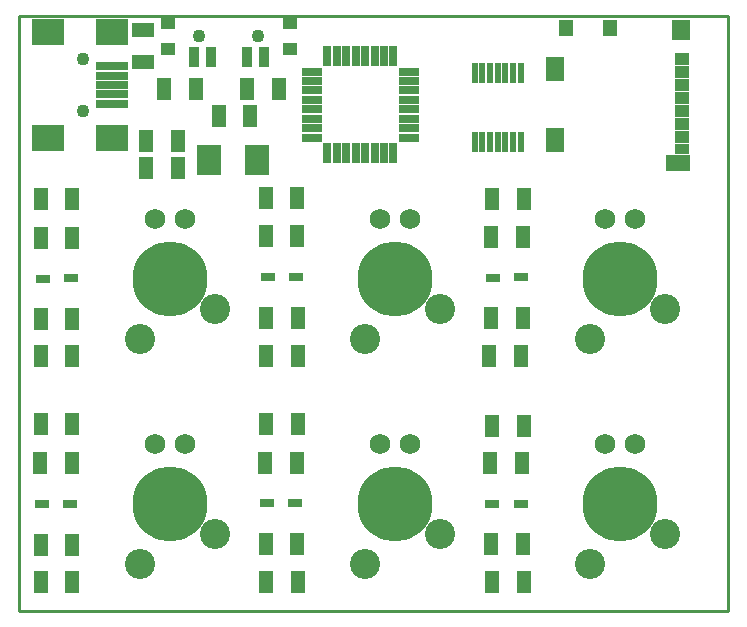
<source format=gts>
G04*
G04 #@! TF.GenerationSoftware,Altium Limited,Altium Designer,19.0.15 (446)*
G04*
G04 Layer_Color=8388736*
%FSLAX44Y44*%
%MOMM*%
G71*
G01*
G75*
%ADD16C,0.2540*%
%ADD36R,1.2032X1.0032*%
%ADD37R,0.9032X1.7032*%
%ADD38R,2.7032X0.7032*%
%ADD39R,2.7032X2.2032*%
%ADD40R,2.1032X2.6032*%
%ADD41R,1.5532X1.7532*%
%ADD42R,2.0032X1.3732*%
%ADD43R,1.5532X2.1032*%
%ADD44R,1.2032X1.4032*%
%ADD45R,1.3032X1.0532*%
%ADD46R,1.3032X1.0782*%
%ADD47R,1.3032X0.9532*%
%ADD48R,1.6764X0.7112*%
%ADD49R,0.7112X1.6764*%
%ADD50R,1.3032X1.9032*%
%ADD51R,0.5588X1.6764*%
%ADD52R,1.2032X0.7032*%
%ADD53R,1.9032X1.3032*%
%ADD54C,1.1032*%
%ADD55C,1.7272*%
%ADD56C,6.3532*%
%ADD57C,2.5532*%
D16*
X-0Y0D02*
X600000D01*
Y-503500D02*
Y0D01*
X-0Y-503500D02*
X600000D01*
X-0D02*
Y0D01*
D36*
X126000Y-6000D02*
D03*
Y-28000D02*
D03*
X229000Y-6000D02*
D03*
Y-28000D02*
D03*
D37*
X147500Y-34500D02*
D03*
X162500D02*
D03*
X192500D02*
D03*
X207500D02*
D03*
D38*
X78850Y-42500D02*
D03*
Y-50500D02*
D03*
Y-58500D02*
D03*
Y-66500D02*
D03*
Y-74500D02*
D03*
D39*
Y-13900D02*
D03*
Y-103100D02*
D03*
X24050Y-13900D02*
D03*
Y-103100D02*
D03*
D40*
X160350Y-122200D02*
D03*
X201350D02*
D03*
D41*
X560250Y-11750D02*
D03*
D42*
X558000Y-124950D02*
D03*
D43*
X453250Y-45000D02*
D03*
Y-104700D02*
D03*
D44*
X463000Y-10000D02*
D03*
X500000D02*
D03*
D45*
X561500Y-36350D02*
D03*
Y-58350D02*
D03*
Y-69350D02*
D03*
Y-80350D02*
D03*
Y-91350D02*
D03*
Y-102350D02*
D03*
D46*
Y-47350D02*
D03*
D47*
Y-112850D02*
D03*
D48*
X247657Y-102990D02*
D03*
Y-95116D02*
D03*
Y-86988D02*
D03*
Y-79114D02*
D03*
Y-70986D02*
D03*
Y-63112D02*
D03*
Y-54984D02*
D03*
Y-47110D02*
D03*
X329953D02*
D03*
Y-54984D02*
D03*
Y-63112D02*
D03*
Y-70986D02*
D03*
Y-79114D02*
D03*
Y-86988D02*
D03*
Y-95116D02*
D03*
Y-102990D02*
D03*
D49*
X260865Y-33902D02*
D03*
X268739D02*
D03*
X276867D02*
D03*
X284741D02*
D03*
X292869D02*
D03*
X300743D02*
D03*
X308871D02*
D03*
X316745D02*
D03*
Y-116198D02*
D03*
X308871D02*
D03*
X300743D02*
D03*
X292869D02*
D03*
X284741D02*
D03*
X276867D02*
D03*
X268739D02*
D03*
X260865D02*
D03*
D50*
X107250Y-128400D02*
D03*
X134250D02*
D03*
X107500Y-106250D02*
D03*
X134500D02*
D03*
X193000Y-61500D02*
D03*
X220000D02*
D03*
X427000Y-346860D02*
D03*
X400000D02*
D03*
X425250Y-378250D02*
D03*
X398250D02*
D03*
X399250Y-447250D02*
D03*
X426250D02*
D03*
X400000Y-479500D02*
D03*
X427000D02*
D03*
X45000Y-188250D02*
D03*
X18000D02*
D03*
X235500Y-186500D02*
D03*
X208500D02*
D03*
X426750Y-187000D02*
D03*
X399750D02*
D03*
X44500Y-378500D02*
D03*
X17500D02*
D03*
X234750Y-378750D02*
D03*
X207750D02*
D03*
X18000Y-288250D02*
D03*
X45000D02*
D03*
X18000Y-256250D02*
D03*
X45000D02*
D03*
Y-155250D02*
D03*
X18000D02*
D03*
X209000Y-288000D02*
D03*
X236000D02*
D03*
X209000Y-256000D02*
D03*
X236000D02*
D03*
X235500Y-154250D02*
D03*
X208500D02*
D03*
X398000Y-288000D02*
D03*
X425000D02*
D03*
X399500Y-256000D02*
D03*
X426500D02*
D03*
X427000Y-155000D02*
D03*
X400000D02*
D03*
X18000Y-479750D02*
D03*
X45000D02*
D03*
X18000Y-448000D02*
D03*
X45000D02*
D03*
Y-345500D02*
D03*
X18000D02*
D03*
X209000Y-479500D02*
D03*
X236000D02*
D03*
X208500Y-446750D02*
D03*
X235500D02*
D03*
X236000Y-345500D02*
D03*
X209000D02*
D03*
X122750Y-61750D02*
D03*
X149750D02*
D03*
X168750Y-84750D02*
D03*
X195750D02*
D03*
D51*
X385442Y-106710D02*
D03*
X392046D02*
D03*
X398396D02*
D03*
X405000D02*
D03*
X411604D02*
D03*
X417954D02*
D03*
X424558D02*
D03*
Y-48290D02*
D03*
X417954D02*
D03*
X411604D02*
D03*
X405000D02*
D03*
X398396D02*
D03*
X392046D02*
D03*
X385442D02*
D03*
D52*
X424500Y-413000D02*
D03*
X400530Y-413140D02*
D03*
X44000Y-222250D02*
D03*
X20030Y-222390D02*
D03*
X234500Y-221000D02*
D03*
X210530Y-221140D02*
D03*
X424750Y-221500D02*
D03*
X400780Y-221640D02*
D03*
X43000Y-413250D02*
D03*
X19030Y-413390D02*
D03*
X233500Y-412500D02*
D03*
X209530Y-412640D02*
D03*
D53*
X104500Y-38750D02*
D03*
Y-11750D02*
D03*
D54*
X152500Y-17000D02*
D03*
X202500D02*
D03*
X53750Y-36500D02*
D03*
Y-80500D02*
D03*
D55*
X140000Y-171950D02*
D03*
X114600D02*
D03*
X305100Y-171700D02*
D03*
X330500D02*
D03*
X521001D02*
D03*
X495601D02*
D03*
X114600Y-362450D02*
D03*
X140000D02*
D03*
X520890Y-362500D02*
D03*
X495490D02*
D03*
X304990D02*
D03*
X330390D02*
D03*
D56*
X127301Y-222750D02*
D03*
X317801Y-222500D02*
D03*
X508301D02*
D03*
X127301Y-413250D02*
D03*
X508190Y-413300D02*
D03*
X317690D02*
D03*
D57*
X101901Y-273550D02*
D03*
X165401Y-248150D02*
D03*
X355900Y-247900D02*
D03*
X292400Y-273300D02*
D03*
X482901D02*
D03*
X546400Y-247900D02*
D03*
X165401Y-438650D02*
D03*
X101901Y-464050D02*
D03*
X482790Y-464100D02*
D03*
X546290Y-438700D02*
D03*
X355790D02*
D03*
X292290Y-464100D02*
D03*
M02*

</source>
